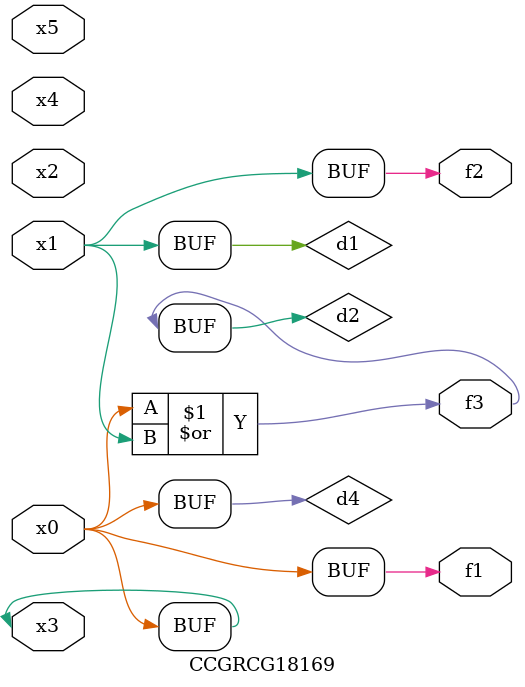
<source format=v>
module CCGRCG18169(
	input x0, x1, x2, x3, x4, x5,
	output f1, f2, f3
);

	wire d1, d2, d3, d4;

	and (d1, x1);
	or (d2, x0, x1);
	nand (d3, x0, x5);
	buf (d4, x0, x3);
	assign f1 = d4;
	assign f2 = d1;
	assign f3 = d2;
endmodule

</source>
